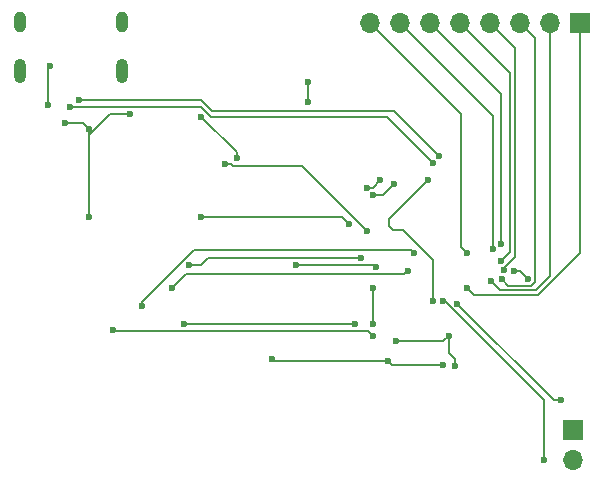
<source format=gbr>
%TF.GenerationSoftware,KiCad,Pcbnew,8.0.4*%
%TF.CreationDate,2024-07-31T14:07:18-04:00*%
%TF.ProjectId,board,626f6172-642e-46b6-9963-61645f706362,rev?*%
%TF.SameCoordinates,Original*%
%TF.FileFunction,Copper,L2,Bot*%
%TF.FilePolarity,Positive*%
%FSLAX46Y46*%
G04 Gerber Fmt 4.6, Leading zero omitted, Abs format (unit mm)*
G04 Created by KiCad (PCBNEW 8.0.4) date 2024-07-31 14:07:18*
%MOMM*%
%LPD*%
G01*
G04 APERTURE LIST*
%TA.AperFunction,ComponentPad*%
%ADD10R,1.700000X1.700000*%
%TD*%
%TA.AperFunction,ComponentPad*%
%ADD11O,1.700000X1.700000*%
%TD*%
%TA.AperFunction,ComponentPad*%
%ADD12O,1.000000X2.100000*%
%TD*%
%TA.AperFunction,ComponentPad*%
%ADD13O,1.000000X1.800000*%
%TD*%
%TA.AperFunction,ViaPad*%
%ADD14C,0.600000*%
%TD*%
%TA.AperFunction,Conductor*%
%ADD15C,0.200000*%
%TD*%
G04 APERTURE END LIST*
D10*
%TO.P,J3,1,Pin_1*%
%TO.N,Net-(J3-Pin_1)*%
X84040000Y-28500000D03*
D11*
%TO.P,J3,2,Pin_2*%
%TO.N,Net-(J3-Pin_2)*%
X81500000Y-28500000D03*
%TO.P,J3,3,Pin_3*%
%TO.N,Net-(J3-Pin_3)*%
X78960000Y-28500000D03*
%TO.P,J3,4,Pin_4*%
%TO.N,Net-(J3-Pin_4)*%
X76420000Y-28500000D03*
%TO.P,J3,5,Pin_5*%
%TO.N,Net-(J3-Pin_5)*%
X73880000Y-28500000D03*
%TO.P,J3,6,Pin_6*%
%TO.N,Net-(J3-Pin_6)*%
X71340000Y-28500000D03*
%TO.P,J3,7,Pin_7*%
%TO.N,Net-(J3-Pin_7)*%
X68800000Y-28500000D03*
%TO.P,J3,8,Pin_8*%
%TO.N,Net-(J3-Pin_8)*%
X66260000Y-28500000D03*
%TD*%
D10*
%TO.P,J2,1,Pin_1*%
%TO.N,Net-(J2-Pin_1)*%
X83500000Y-63040000D03*
D11*
%TO.P,J2,2,Pin_2*%
%TO.N,Net-(J2-Pin_2)*%
X83500000Y-65580000D03*
%TD*%
D12*
%TO.P,P1,S1,SHIELD*%
%TO.N,GND*%
X45320000Y-32625000D03*
D13*
X45320000Y-28425000D03*
D12*
X36680000Y-32625000D03*
D13*
X36680000Y-28425000D03*
%TD*%
D14*
%TO.N,Net-(J3-Pin_1)*%
X74500000Y-51000000D03*
%TO.N,Net-(J3-Pin_2)*%
X76500000Y-50400000D03*
%TO.N,Net-(J3-Pin_3)*%
X77443125Y-50249468D03*
%TO.N,Net-(J3-Pin_4)*%
X77620951Y-49469480D03*
%TO.N,Net-(J3-Pin_5)*%
X77400000Y-48685586D03*
%TO.N,Net-(J3-Pin_6)*%
X77379002Y-47280579D03*
%TO.N,Net-(J3-Pin_7)*%
X76694265Y-47694265D03*
%TO.N,Net-(J3-Pin_8)*%
X74500000Y-48000000D03*
%TO.N,Net-(U1-QSPI_SS)*%
X61000000Y-35190000D03*
X61000000Y-33500000D03*
%TO.N,+3V3*%
X73500000Y-57560000D03*
X66000000Y-46120000D03*
X54000000Y-40500000D03*
%TO.N,+1V1*%
X71600000Y-52100002D03*
X71174265Y-41825735D03*
%TO.N,GND*%
X55000000Y-40000000D03*
X52000000Y-36500000D03*
X46000000Y-36251468D03*
%TO.N,/DIO5*%
X65000000Y-54000000D03*
X50500000Y-54000000D03*
%TO.N,Net-(U1-GPIO10)*%
X66500000Y-55000000D03*
X44500000Y-54500000D03*
%TO.N,Net-(U1-GPIO1)*%
X70000000Y-48000000D03*
X47000000Y-52500000D03*
%TO.N,Net-(U1-GPIO2)*%
X69500000Y-49500000D03*
X49500000Y-51000000D03*
%TO.N,Net-(U1-GPIO3)*%
X65500000Y-48400000D03*
X51000000Y-49000000D03*
%TO.N,Net-(U1-GPIO0)*%
X64475735Y-45524265D03*
X52000000Y-45000000D03*
%TO.N,GND*%
X72500000Y-57500000D03*
%TO.N,Net-(J2-Pin_1)*%
X82500000Y-60500000D03*
X73674265Y-52325735D03*
%TO.N,Net-(J2-Pin_2)*%
X81000000Y-65500000D03*
X72500000Y-52100002D03*
%TO.N,Net-(P1-D--PadA7)*%
X72159951Y-39805736D03*
X41627746Y-35051468D03*
%TO.N,Net-(P1-D+-PadA6)*%
X40848527Y-35651468D03*
X71594264Y-40405736D03*
%TO.N,GND*%
X79684265Y-50184265D03*
X78500000Y-49500000D03*
%TO.N,+3V3*%
X73000000Y-55000000D03*
X68500000Y-55500000D03*
%TO.N,GND*%
X67800000Y-57171360D03*
X58000000Y-57000000D03*
X42500000Y-45000000D03*
X42500000Y-37500000D03*
%TO.N,Net-(P1-CC2)*%
X39222953Y-32223289D03*
X39000000Y-35500000D03*
%TO.N,/DIO3*%
X66500000Y-51000000D03*
X66500000Y-54000000D03*
%TO.N,/DIO0*%
X66774265Y-49200000D03*
X60000000Y-49000000D03*
%TO.N,Net-(U1-QSPI_SD2)*%
X68303529Y-42196471D03*
X66569206Y-43095996D03*
%TO.N,Net-(U1-QSPI_SD1)*%
X66000000Y-42500000D03*
X67129264Y-41870736D03*
%TO.N,GND*%
X40500000Y-37000000D03*
%TD*%
D15*
%TO.N,Net-(J3-Pin_1)*%
X75084265Y-51584265D02*
X80481421Y-51584265D01*
X74500000Y-51000000D02*
X75084265Y-51584265D01*
X84040000Y-48025686D02*
X84040000Y-28500000D01*
X80481421Y-51584265D02*
X84040000Y-48025686D01*
%TO.N,Net-(J3-Pin_2)*%
X80315735Y-51184265D02*
X81500000Y-50000000D01*
X81500000Y-50000000D02*
X81500000Y-28500000D01*
X76500000Y-50400000D02*
X77284265Y-51184265D01*
X77284265Y-51184265D02*
X80315735Y-51184265D01*
%TO.N,Net-(J3-Pin_3)*%
X80284265Y-29824265D02*
X78960000Y-28500000D01*
X80284265Y-50432794D02*
X80284265Y-29824265D01*
X79932794Y-50784265D02*
X80284265Y-50432794D01*
X77977922Y-50784265D02*
X79932794Y-50784265D01*
X77443125Y-50249468D02*
X77977922Y-50784265D01*
%TO.N,Net-(J3-Pin_4)*%
X78566827Y-30646827D02*
X76420000Y-28500000D01*
X78566827Y-48367288D02*
X78566827Y-30646827D01*
X77464635Y-49469480D02*
X78566827Y-48367288D01*
X77620951Y-49469480D02*
X77464635Y-49469480D01*
%TO.N,Net-(J3-Pin_5)*%
X77400000Y-48685586D02*
X78166827Y-47918759D01*
X78166827Y-32786827D02*
X73880000Y-28500000D01*
X78166827Y-47918759D02*
X78166827Y-32786827D01*
%TO.N,Net-(J3-Pin_6)*%
X77379002Y-47280579D02*
X77379002Y-34539002D01*
X77379002Y-34539002D02*
X71340000Y-28500000D01*
%TO.N,Net-(J3-Pin_7)*%
X76694265Y-36394265D02*
X68800000Y-28500000D01*
X76694265Y-47694265D02*
X76694265Y-36394265D01*
%TO.N,Net-(J3-Pin_8)*%
X74000000Y-36240000D02*
X66260000Y-28500000D01*
X74000000Y-47500000D02*
X74000000Y-36240000D01*
X74500000Y-48000000D02*
X74000000Y-47500000D01*
%TO.N,Net-(U1-QSPI_SS)*%
X61000000Y-33500000D02*
X61000000Y-35190000D01*
%TO.N,+3V3*%
X73000000Y-56500000D02*
X73000000Y-55000000D01*
X73500000Y-57000000D02*
X73000000Y-56500000D01*
X73500000Y-57560000D02*
X73500000Y-57000000D01*
X54654265Y-40654265D02*
X60534265Y-40654265D01*
X54500000Y-40500000D02*
X54654265Y-40654265D01*
X54000000Y-40500000D02*
X54500000Y-40500000D01*
X60534265Y-40654265D02*
X66000000Y-46120000D01*
%TO.N,+1V1*%
X71600000Y-48600000D02*
X71600000Y-52100002D01*
X69100000Y-46100000D02*
X71600000Y-48600000D01*
X67900000Y-45100000D02*
X67900000Y-45748529D01*
X71174265Y-41825735D02*
X67900000Y-45100000D01*
X68251471Y-46100000D02*
X69100000Y-46100000D01*
X67900000Y-45748529D02*
X68251471Y-46100000D01*
%TO.N,GND*%
X55000000Y-39500000D02*
X55000000Y-40000000D01*
X52000000Y-36500000D02*
X55000000Y-39500000D01*
X42500000Y-38000000D02*
X44248532Y-36251468D01*
X44248532Y-36251468D02*
X46000000Y-36251468D01*
X42500000Y-38000000D02*
X42500000Y-45000000D01*
X42500000Y-37500000D02*
X42500000Y-38000000D01*
%TO.N,/DIO5*%
X50500000Y-54000000D02*
X65000000Y-54000000D01*
%TO.N,Net-(U1-GPIO10)*%
X66100000Y-54600000D02*
X66500000Y-55000000D01*
X44500000Y-54500000D02*
X44600000Y-54600000D01*
X44600000Y-54600000D02*
X66100000Y-54600000D01*
%TO.N,Net-(U1-GPIO1)*%
X51351471Y-47800000D02*
X69800000Y-47800000D01*
X47000000Y-52151471D02*
X51351471Y-47800000D01*
X47000000Y-52500000D02*
X47000000Y-52151471D01*
X69800000Y-47800000D02*
X70000000Y-48000000D01*
%TO.N,Net-(U1-GPIO2)*%
X69200000Y-49800000D02*
X69500000Y-49500000D01*
X50700000Y-49800000D02*
X69200000Y-49800000D01*
X49500000Y-51000000D02*
X50700000Y-49800000D01*
%TO.N,Net-(U1-GPIO3)*%
X52000000Y-49000000D02*
X52600000Y-48400000D01*
X52600000Y-48400000D02*
X65500000Y-48400000D01*
X51000000Y-49000000D02*
X52000000Y-49000000D01*
%TO.N,Net-(U1-GPIO0)*%
X63951470Y-45000000D02*
X64475735Y-45524265D01*
X52000000Y-45000000D02*
X63951470Y-45000000D01*
%TO.N,GND*%
X68128640Y-57500000D02*
X67800000Y-57171360D01*
X72500000Y-57500000D02*
X68128640Y-57500000D01*
%TO.N,Net-(J2-Pin_1)*%
X81848530Y-60500000D02*
X82500000Y-60500000D01*
X73674265Y-52325735D02*
X81848530Y-60500000D01*
%TO.N,Net-(J2-Pin_2)*%
X72600002Y-52100002D02*
X81000000Y-60500000D01*
X72500000Y-52100002D02*
X72600002Y-52100002D01*
X81000000Y-60500000D02*
X81000000Y-65500000D01*
%TO.N,GND*%
X79000000Y-49500000D02*
X79684265Y-50184265D01*
X78500000Y-49500000D02*
X79000000Y-49500000D01*
%TO.N,+3V3*%
X68500000Y-55500000D02*
X72500000Y-55500000D01*
X72500000Y-55500000D02*
X73000000Y-55000000D01*
%TO.N,GND*%
X58171360Y-57171360D02*
X58000000Y-57000000D01*
X67800000Y-57171360D02*
X58171360Y-57171360D01*
%TO.N,/DIO3*%
X66500000Y-54000000D02*
X66500000Y-51000000D01*
%TO.N,/DIO0*%
X66774265Y-49200000D02*
X66574265Y-49000000D01*
X66574265Y-49000000D02*
X60000000Y-49000000D01*
%TO.N,Net-(P1-CC2)*%
X39000000Y-32446242D02*
X39222953Y-32223289D01*
X39000000Y-35500000D02*
X39000000Y-32446242D01*
%TO.N,Net-(U1-QSPI_SD2)*%
X66569206Y-43095996D02*
X67404004Y-43095996D01*
X67404004Y-43095996D02*
X68303529Y-42196471D01*
%TO.N,Net-(U1-QSPI_SD1)*%
X66500000Y-42500000D02*
X67129264Y-41870736D01*
X66000000Y-42500000D02*
X66500000Y-42500000D01*
%TO.N,GND*%
X40500000Y-37000000D02*
X42000000Y-37000000D01*
X42000000Y-37000000D02*
X42500000Y-37500000D01*
%TO.N,Net-(P1-D+-PadA6)*%
X52848529Y-36500000D02*
X51999997Y-35651468D01*
X71594264Y-40405736D02*
X67688528Y-36500000D01*
X67688528Y-36500000D02*
X52848529Y-36500000D01*
X51999997Y-35651468D02*
X40848527Y-35651468D01*
%TO.N,Net-(P1-D--PadA7)*%
X72159951Y-39805736D02*
X68354215Y-36000000D01*
X68354215Y-36000000D02*
X52914215Y-36000000D01*
X52914215Y-36000000D02*
X51965683Y-35051468D01*
X51965683Y-35051468D02*
X41627746Y-35051468D01*
%TD*%
M02*

</source>
